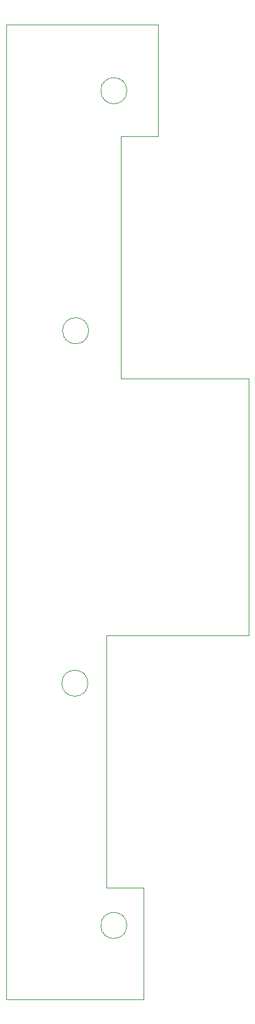
<source format=gbr>
%TF.GenerationSoftware,KiCad,Pcbnew,7.0.2-0*%
%TF.CreationDate,2023-10-04T13:32:30+02:00*%
%TF.ProjectId,FlukePodAdapterLarge68K,466c756b-6550-46f6-9441-646170746572,rev?*%
%TF.SameCoordinates,Original*%
%TF.FileFunction,Profile,NP*%
%FSLAX46Y46*%
G04 Gerber Fmt 4.6, Leading zero omitted, Abs format (unit mm)*
G04 Created by KiCad (PCBNEW 7.0.2-0) date 2023-10-04 13:32:30*
%MOMM*%
%LPD*%
G01*
G04 APERTURE LIST*
%TA.AperFunction,Profile*%
%ADD10C,0.050000*%
%TD*%
%TA.AperFunction,Profile*%
%ADD11C,0.100000*%
%TD*%
G04 APERTURE END LIST*
D10*
X66050000Y-119600000D02*
G75*
G03*
X66050000Y-119600000I-1750000J0D01*
G01*
D11*
X73500000Y-162006000D02*
X73500000Y-147000000D01*
X55100000Y-51400000D02*
X55100000Y-31200000D01*
X73500000Y-147000000D02*
X68500000Y-147000000D01*
X68500000Y-147000000D02*
X68500000Y-139400000D01*
X68500000Y-113200000D02*
X73500000Y-113200000D01*
X73500000Y-162006000D02*
X60000000Y-162006000D01*
X87700000Y-113200000D02*
X87700000Y-78700000D01*
D10*
X66150000Y-72300000D02*
G75*
G03*
X66150000Y-72300000I-1750000J0D01*
G01*
D11*
X60000000Y-31200000D02*
X55100000Y-31200000D01*
X55100000Y-162006000D02*
X60000000Y-162006000D01*
X55100000Y-139400000D02*
X55100000Y-51400000D01*
D10*
X71292644Y-152100000D02*
G75*
G03*
X71292644Y-152100000I-1750000J0D01*
G01*
D11*
X60000000Y-31200000D02*
X75500000Y-31200000D01*
X75500000Y-78700000D02*
X87700000Y-78700000D01*
X55100000Y-162006000D02*
X55100000Y-139400000D01*
X75500000Y-78700000D02*
X70500000Y-78700000D01*
X75500000Y-31200000D02*
X75500000Y-46200000D01*
X68500000Y-113200000D02*
X68500000Y-139400000D01*
X70500000Y-78700000D02*
X70500000Y-46200000D01*
D10*
X71292644Y-40086000D02*
G75*
G03*
X71292644Y-40086000I-1750000J0D01*
G01*
D11*
X75500000Y-46200000D02*
X70500000Y-46200000D01*
X73500000Y-113200000D02*
X87700000Y-113200000D01*
M02*

</source>
